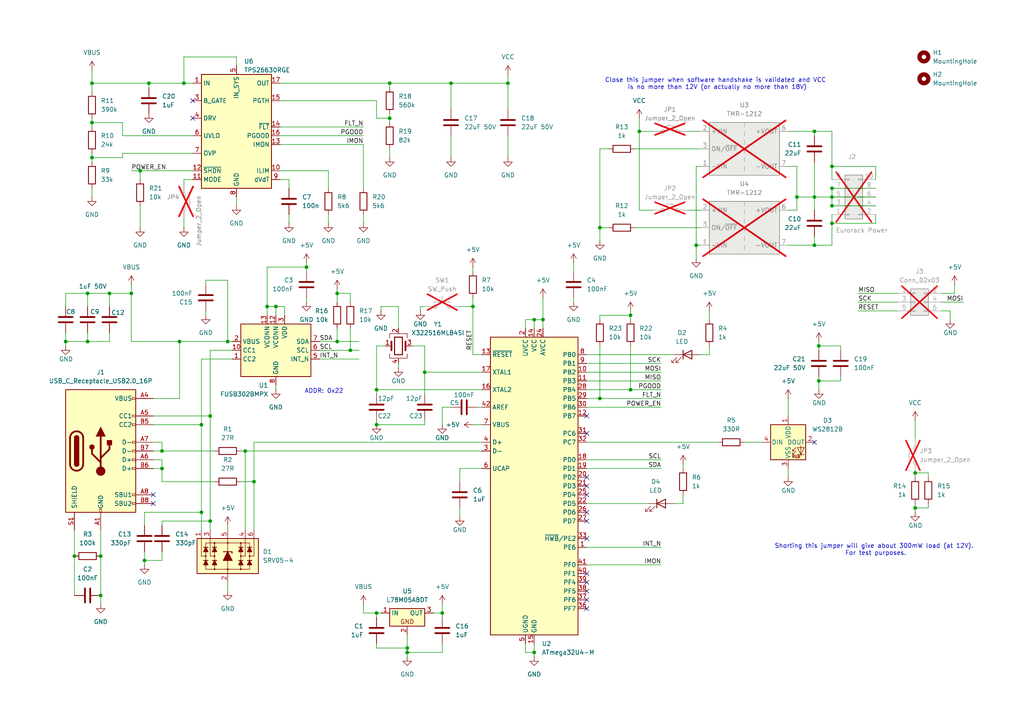
<source format=kicad_sch>
(kicad_sch (version 20231120) (generator "eeschema") (generator_version "8.0")
  (paper "A4")
  (junction (at 53.34 24.13))
  (junction (at 237.49 100.33))
  (junction (at 60.96 151.13))
  (junction (at 58.42 148.59))
  (junction (at 46.99 130.81))
  (junction (at 157.48 92.71))
  (junction (at 241.3 57.15))
  (junction (at 241.3 64.77))
  (junction (at 182.88 91.44))
  (junction (at 130.81 24.13))
  (junction (at 109.22 123.19))
  (junction (at 118.11 189.23))
  (junction (at 46.99 135.89))
  (junction (at 109.22 113.03))
  (junction (at 26.67 24.13))
  (junction (at 154.94 92.71))
  (junction (at 109.22 177.8))
  (junction (at 154.94 189.23))
  (junction (at 88.9 77.47))
  (junction (at 41.91 162.56))
  (junction (at 29.21 172.72))
  (junction (at 241.3 48.26))
  (junction (at 21.59 161.29))
  (junction (at 25.4 99.06))
  (junction (at 113.03 34.29))
  (junction (at 80.01 88.9))
  (junction (at 118.11 187.96))
  (junction (at 265.43 137.16))
  (junction (at 38.1 85.09))
  (junction (at 25.4 85.09))
  (junction (at 97.79 85.09))
  (junction (at 101.6 101.6))
  (junction (at 236.22 57.15))
  (junction (at 173.99 66.04))
  (junction (at 40.64 49.53))
  (junction (at 26.67 35.56))
  (junction (at 66.04 99.06))
  (junction (at 73.66 139.7))
  (junction (at 231.14 57.15))
  (junction (at 128.27 177.8))
  (junction (at 43.18 24.13))
  (junction (at 173.99 115.57))
  (junction (at 77.47 88.9))
  (junction (at 123.19 107.95))
  (junction (at 236.22 38.1))
  (junction (at 265.43 147.32))
  (junction (at 19.05 99.06))
  (junction (at 60.96 120.65))
  (junction (at 137.16 88.9))
  (junction (at 58.42 123.19))
  (junction (at 31.75 85.09))
  (junction (at 201.93 71.12))
  (junction (at 241.3 59.69))
  (junction (at 182.88 113.03))
  (junction (at 241.3 54.61))
  (junction (at 71.12 130.81))
  (junction (at 236.22 71.12))
  (junction (at 237.49 110.49))
  (junction (at 147.32 24.13))
  (junction (at 29.21 161.29))
  (junction (at 26.67 45.72))
  (junction (at 185.42 38.1))
  (junction (at 113.03 24.13))
  (junction (at 97.79 99.06))
  (junction (at 52.07 99.06))
  (no_connect (at 170.18 148.59))
  (no_connect (at 170.18 166.37))
  (no_connect (at 170.18 176.53))
  (no_connect (at 236.22 128.27))
  (no_connect (at 170.18 171.45))
  (no_connect (at 170.18 120.65))
  (no_connect (at 55.88 29.21))
  (no_connect (at 170.18 168.91))
  (no_connect (at 170.18 173.99))
  (no_connect (at 170.18 138.43))
  (no_connect (at 44.45 146.05))
  (no_connect (at 170.18 143.51))
  (no_connect (at 55.88 34.29))
  (no_connect (at 44.45 143.51))
  (no_connect (at 170.18 140.97))
  (no_connect (at 170.18 151.13))
  (no_connect (at 170.18 156.21))
  (no_connect (at 170.18 125.73))
  (wire (pts (xy 173.99 92.71) (xy 173.99 91.44)))
  (wire (pts (xy 166.37 76.2) (xy 166.37 78.74)))
  (wire (pts (xy 58.42 148.59) (xy 58.42 153.67)))
  (wire (pts (xy 119.38 100.33) (xy 123.19 100.33)))
  (wire (pts (xy 236.22 71.12) (xy 241.3 71.12)))
  (wire (pts (xy 185.42 38.1) (xy 189.23 38.1)))
  (wire (pts (xy 92.71 99.06) (xy 97.79 99.06)))
  (wire (pts (xy 170.18 107.95) (xy 191.77 107.95)))
  (wire (pts (xy 241.3 64.77) (xy 254 64.77)))
  (wire (pts (xy 21.59 161.29) (xy 21.59 172.72)))
  (wire (pts (xy 170.18 115.57) (xy 173.99 115.57)))
  (wire (pts (xy 109.22 100.33) (xy 111.76 100.33)))
  (wire (pts (xy 205.74 90.17) (xy 205.74 92.71)))
  (wire (pts (xy 237.49 99.06) (xy 237.49 100.33)))
  (wire (pts (xy 130.81 24.13) (xy 130.81 31.75)))
  (wire (pts (xy 19.05 88.9) (xy 19.05 85.09)))
  (wire (pts (xy 173.99 100.33) (xy 173.99 115.57)))
  (wire (pts (xy 58.42 123.19) (xy 58.42 148.59)))
  (wire (pts (xy 88.9 77.47) (xy 88.9 78.74)))
  (wire (pts (xy 41.91 160.02) (xy 41.91 162.56)))
  (wire (pts (xy 236.22 68.58) (xy 236.22 71.12)))
  (wire (pts (xy 241.3 71.12) (xy 241.3 64.77)))
  (wire (pts (xy 73.66 139.7) (xy 69.85 139.7)))
  (wire (pts (xy 38.1 99.06) (xy 38.1 85.09)))
  (wire (pts (xy 123.19 100.33) (xy 123.19 107.95)))
  (wire (pts (xy 92.71 104.14) (xy 104.14 104.14)))
  (wire (pts (xy 237.49 109.22) (xy 237.49 110.49)))
  (wire (pts (xy 248.92 90.17) (xy 260.35 90.17)))
  (wire (pts (xy 139.7 102.87) (xy 137.16 102.87)))
  (wire (pts (xy 60.96 120.65) (xy 44.45 120.65)))
  (wire (pts (xy 121.92 88.9) (xy 123.19 88.9)))
  (wire (pts (xy 105.41 54.61) (xy 105.41 41.91)))
  (wire (pts (xy 241.3 57.15) (xy 254 57.15)))
  (wire (pts (xy 66.04 99.06) (xy 52.07 99.06)))
  (wire (pts (xy 123.19 123.19) (xy 109.22 123.19)))
  (wire (pts (xy 19.05 96.52) (xy 19.05 99.06)))
  (wire (pts (xy 53.34 16.51) (xy 53.34 24.13)))
  (wire (pts (xy 110.49 88.9) (xy 110.49 90.17)))
  (wire (pts (xy 173.99 66.04) (xy 173.99 43.18)))
  (wire (pts (xy 67.31 101.6) (xy 60.96 101.6)))
  (wire (pts (xy 201.93 74.93) (xy 201.93 71.12)))
  (wire (pts (xy 269.24 138.43) (xy 269.24 137.16)))
  (wire (pts (xy 29.21 153.67) (xy 29.21 161.29)))
  (wire (pts (xy 81.28 29.21) (xy 109.22 29.21)))
  (wire (pts (xy 25.4 85.09) (xy 31.75 85.09)))
  (wire (pts (xy 105.41 62.23) (xy 105.41 64.77)))
  (wire (pts (xy 170.18 133.35) (xy 191.77 133.35)))
  (wire (pts (xy 248.92 87.63) (xy 260.35 87.63)))
  (wire (pts (xy 46.99 152.4) (xy 46.99 151.13)))
  (wire (pts (xy 243.84 100.33) (xy 237.49 100.33)))
  (wire (pts (xy 88.9 77.47) (xy 77.47 77.47)))
  (wire (pts (xy 237.49 110.49) (xy 237.49 113.03)))
  (wire (pts (xy 154.94 189.23) (xy 154.94 190.5)))
  (wire (pts (xy 59.69 82.55) (xy 59.69 81.28)))
  (wire (pts (xy 83.82 52.07) (xy 81.28 52.07)))
  (wire (pts (xy 125.73 177.8) (xy 128.27 177.8)))
  (wire (pts (xy 26.67 54.61) (xy 26.67 57.15)))
  (wire (pts (xy 241.3 52.07) (xy 241.3 48.26)))
  (wire (pts (xy 138.43 118.11) (xy 139.7 118.11)))
  (wire (pts (xy 241.3 48.26) (xy 241.3 38.1)))
  (wire (pts (xy 81.28 39.37) (xy 105.41 39.37)))
  (wire (pts (xy 97.79 85.09) (xy 97.79 87.63)))
  (wire (pts (xy 35.56 39.37) (xy 35.56 35.56)))
  (wire (pts (xy 77.47 88.9) (xy 77.47 91.44)))
  (wire (pts (xy 157.48 86.36) (xy 157.48 92.71)))
  (wire (pts (xy 82.55 88.9) (xy 80.01 88.9)))
  (wire (pts (xy 115.57 106.68) (xy 115.57 105.41)))
  (wire (pts (xy 241.3 38.1) (xy 236.22 38.1)))
  (wire (pts (xy 130.81 24.13) (xy 113.03 24.13)))
  (wire (pts (xy 83.82 62.23) (xy 83.82 64.77)))
  (wire (pts (xy 58.42 104.14) (xy 58.42 123.19)))
  (wire (pts (xy 101.6 101.6) (xy 104.14 101.6)))
  (wire (pts (xy 60.96 153.67) (xy 60.96 151.13)))
  (wire (pts (xy 35.56 35.56) (xy 26.67 35.56)))
  (wire (pts (xy 241.3 54.61) (xy 241.3 57.15)))
  (wire (pts (xy 118.11 184.15) (xy 118.11 187.96)))
  (wire (pts (xy 29.21 161.29) (xy 29.21 172.72)))
  (wire (pts (xy 109.22 123.19) (xy 109.22 121.92)))
  (wire (pts (xy 44.45 128.27) (xy 46.99 128.27)))
  (wire (pts (xy 53.34 53.34) (xy 53.34 52.07)))
  (wire (pts (xy 137.16 123.19) (xy 139.7 123.19)))
  (wire (pts (xy 109.22 177.8) (xy 109.22 179.07)))
  (wire (pts (xy 60.96 151.13) (xy 60.96 120.65)))
  (wire (pts (xy 35.56 44.45) (xy 35.56 45.72)))
  (wire (pts (xy 170.18 163.83) (xy 191.77 163.83)))
  (wire (pts (xy 195.58 146.05) (xy 198.12 146.05)))
  (wire (pts (xy 273.05 87.63) (xy 279.4 87.63)))
  (wire (pts (xy 68.58 19.05) (xy 68.58 16.51)))
  (wire (pts (xy 152.4 189.23) (xy 154.94 189.23)))
  (wire (pts (xy 152.4 95.25) (xy 152.4 92.71)))
  (wire (pts (xy 170.18 118.11) (xy 191.77 118.11)))
  (wire (pts (xy 128.27 175.26) (xy 128.27 177.8)))
  (wire (pts (xy 243.84 109.22) (xy 243.84 110.49)))
  (wire (pts (xy 26.67 20.32) (xy 26.67 24.13)))
  (wire (pts (xy 170.18 110.49) (xy 191.77 110.49)))
  (wire (pts (xy 241.3 54.61) (xy 254 54.61)))
  (wire (pts (xy 31.75 85.09) (xy 31.75 88.9)))
  (wire (pts (xy 40.64 59.69) (xy 40.64 66.04)))
  (wire (pts (xy 41.91 152.4) (xy 41.91 148.59)))
  (wire (pts (xy 43.18 24.13) (xy 43.18 25.4)))
  (wire (pts (xy 66.04 81.28) (xy 66.04 99.06)))
  (wire (pts (xy 26.67 24.13) (xy 26.67 26.67)))
  (wire (pts (xy 81.28 36.83) (xy 105.41 36.83)))
  (wire (pts (xy 137.16 77.47) (xy 137.16 78.74)))
  (wire (pts (xy 157.48 92.71) (xy 157.48 95.25)))
  (wire (pts (xy 265.43 137.16) (xy 269.24 137.16)))
  (wire (pts (xy 236.22 38.1) (xy 228.6 38.1)))
  (wire (pts (xy 201.93 71.12) (xy 203.2 71.12)))
  (wire (pts (xy 215.9 128.27) (xy 220.98 128.27)))
  (wire (pts (xy 276.86 82.55) (xy 276.86 85.09)))
  (wire (pts (xy 82.55 91.44) (xy 82.55 88.9)))
  (wire (pts (xy 109.22 187.96) (xy 118.11 187.96)))
  (wire (pts (xy 123.19 107.95) (xy 123.19 114.3)))
  (wire (pts (xy 46.99 151.13) (xy 60.96 151.13)))
  (wire (pts (xy 71.12 130.81) (xy 69.85 130.81)))
  (wire (pts (xy 166.37 86.36) (xy 166.37 87.63)))
  (wire (pts (xy 241.3 57.15) (xy 241.3 59.69)))
  (wire (pts (xy 189.23 60.96) (xy 185.42 60.96)))
  (wire (pts (xy 68.58 16.51) (xy 53.34 16.51)))
  (wire (pts (xy 25.4 88.9) (xy 25.4 85.09)))
  (wire (pts (xy 46.99 162.56) (xy 41.91 162.56)))
  (wire (pts (xy 109.22 177.8) (xy 105.41 177.8)))
  (wire (pts (xy 59.69 81.28) (xy 66.04 81.28)))
  (wire (pts (xy 58.42 123.19) (xy 44.45 123.19)))
  (wire (pts (xy 199.39 38.1) (xy 203.2 38.1)))
  (wire (pts (xy 46.99 139.7) (xy 46.99 135.89)))
  (wire (pts (xy 231.14 57.15) (xy 231.14 48.26)))
  (wire (pts (xy 130.81 39.37) (xy 130.81 45.72)))
  (wire (pts (xy 67.31 104.14) (xy 58.42 104.14)))
  (wire (pts (xy 101.6 87.63) (xy 101.6 85.09)))
  (wire (pts (xy 38.1 82.55) (xy 38.1 85.09)))
  (wire (pts (xy 71.12 130.81) (xy 139.7 130.81)))
  (wire (pts (xy 55.88 44.45) (xy 35.56 44.45)))
  (wire (pts (xy 205.74 100.33) (xy 205.74 102.87)))
  (wire (pts (xy 80.01 88.9) (xy 80.01 91.44)))
  (wire (pts (xy 275.59 92.71) (xy 275.59 90.17)))
  (wire (pts (xy 139.7 135.89) (xy 133.35 135.89)))
  (wire (pts (xy 26.67 24.13) (xy 43.18 24.13)))
  (wire (pts (xy 185.42 60.96) (xy 185.42 38.1)))
  (wire (pts (xy 137.16 88.9) (xy 133.35 88.9)))
  (wire (pts (xy 46.99 130.81) (xy 62.23 130.81)))
  (wire (pts (xy 66.04 168.91) (xy 66.04 171.45)))
  (wire (pts (xy 243.84 110.49) (xy 237.49 110.49)))
  (wire (pts (xy 115.57 95.25) (xy 115.57 88.9)))
  (wire (pts (xy 182.88 91.44) (xy 182.88 90.17)))
  (wire (pts (xy 105.41 175.26) (xy 105.41 177.8)))
  (wire (pts (xy 173.99 66.04) (xy 176.53 66.04)))
  (wire (pts (xy 170.18 158.75) (xy 191.77 158.75)))
  (wire (pts (xy 231.14 57.15) (xy 236.22 57.15)))
  (wire (pts (xy 60.96 101.6) (xy 60.96 120.65)))
  (wire (pts (xy 95.25 54.61) (xy 95.25 49.53)))
  (wire (pts (xy 43.18 24.13) (xy 53.34 24.13)))
  (wire (pts (xy 201.93 48.26) (xy 203.2 48.26)))
  (wire (pts (xy 128.27 189.23) (xy 118.11 189.23)))
  (wire (pts (xy 118.11 189.23) (xy 118.11 190.5)))
  (wire (pts (xy 173.99 115.57) (xy 191.77 115.57)))
  (wire (pts (xy 170.18 105.41) (xy 191.77 105.41)))
  (wire (pts (xy 154.94 92.71) (xy 157.48 92.71)))
  (wire (pts (xy 35.56 45.72) (xy 26.67 45.72)))
  (wire (pts (xy 19.05 99.06) (xy 19.05 100.33)))
  (wire (pts (xy 41.91 148.59) (xy 58.42 148.59)))
  (wire (pts (xy 231.14 57.15) (xy 231.14 60.96)))
  (wire (pts (xy 113.03 43.18) (xy 113.03 45.72)))
  (wire (pts (xy 66.04 152.4) (xy 66.04 153.67)))
  (wire (pts (xy 147.32 39.37) (xy 147.32 45.72)))
  (wire (pts (xy 46.99 128.27) (xy 46.99 130.81)))
  (wire (pts (xy 133.35 135.89) (xy 133.35 139.7)))
  (wire (pts (xy 44.45 135.89) (xy 46.99 135.89)))
  (wire (pts (xy 228.6 60.96) (xy 231.14 60.96)))
  (wire (pts (xy 170.18 102.87) (xy 195.58 102.87)))
  (wire (pts (xy 152.4 186.69) (xy 152.4 189.23)))
  (wire (pts (xy 147.32 24.13) (xy 147.32 31.75)))
  (wire (pts (xy 31.75 96.52) (xy 31.75 99.06)))
  (wire (pts (xy 154.94 186.69) (xy 154.94 189.23)))
  (wire (pts (xy 241.3 48.26) (xy 254 48.26)))
  (wire (pts (xy 52.07 115.57) (xy 44.45 115.57)))
  (wire (pts (xy 170.18 146.05) (xy 187.96 146.05)))
  (wire (pts (xy 236.22 38.1) (xy 236.22 39.37)))
  (wire (pts (xy 170.18 135.89) (xy 191.77 135.89)))
  (wire (pts (xy 137.16 102.87) (xy 137.16 88.9)))
  (wire (pts (xy 81.28 24.13) (xy 113.03 24.13)))
  (wire (pts (xy 21.59 153.67) (xy 21.59 161.29)))
  (wire (pts (xy 83.82 54.61) (xy 83.82 52.07)))
  (wire (pts (xy 198.12 134.62) (xy 198.12 135.89)))
  (wire (pts (xy 137.16 86.36) (xy 137.16 88.9)))
  (wire (pts (xy 52.07 99.06) (xy 38.1 99.06)))
  (wire (pts (xy 118.11 187.96) (xy 118.11 189.23)))
  (wire (pts (xy 44.45 133.35) (xy 46.99 133.35)))
  (wire (pts (xy 113.03 34.29) (xy 113.03 35.56)))
  (wire (pts (xy 269.24 146.05) (xy 269.24 147.32)))
  (wire (pts (xy 184.15 43.18) (xy 203.2 43.18)))
  (wire (pts (xy 275.59 90.17) (xy 273.05 90.17)))
  (wire (pts (xy 236.22 46.99) (xy 236.22 57.15)))
  (wire (pts (xy 109.22 113.03) (xy 109.22 114.3)))
  (wire (pts (xy 185.42 38.1) (xy 185.42 34.29)))
  (wire (pts (xy 40.64 49.53) (xy 55.88 49.53)))
  (wire (pts (xy 198.12 146.05) (xy 198.12 143.51)))
  (wire (pts (xy 276.86 85.09) (xy 273.05 85.09)))
  (wire (pts (xy 113.03 33.02) (xy 113.03 34.29)))
  (wire (pts (xy 62.23 139.7) (xy 46.99 139.7)))
  (wire (pts (xy 115.57 88.9) (xy 110.49 88.9)))
  (wire (pts (xy 139.7 113.03) (xy 109.22 113.03)))
  (wire (pts (xy 109.22 113.03) (xy 109.22 100.33)))
  (wire (pts (xy 128.27 186.69) (xy 128.27 189.23)))
  (wire (pts (xy 241.3 62.23) (xy 241.3 64.77)))
  (wire (pts (xy 237.49 100.33) (xy 237.49 101.6)))
  (wire (pts (xy 31.75 85.09) (xy 38.1 85.09)))
  (wire (pts (xy 123.19 107.95) (xy 139.7 107.95)))
  (wire (pts (xy 88.9 76.2) (xy 88.9 77.47)))
  (wire (pts (xy 203.2 102.87) (xy 205.74 102.87)))
  (wire (pts (xy 254 64.77) (xy 254 62.23)))
  (wire (pts (xy 236.22 57.15) (xy 241.3 57.15)))
  (wire (pts (xy 26.67 44.45) (xy 26.67 45.72)))
  (wire (pts (xy 97.79 99.06) (xy 104.14 99.06)))
  (wire (pts (xy 128.27 118.11) (xy 128.27 123.19)))
  (wire (pts (xy 265.43 121.92) (xy 265.43 127)))
  (wire (pts (xy 170.18 113.03) (xy 182.88 113.03)))
  (wire (pts (xy 128.27 177.8) (xy 128.27 179.07)))
  (wire (pts (xy 170.18 128.27) (xy 208.28 128.27)))
  (wire (pts (xy 101.6 85.09) (xy 97.79 85.09)))
  (wire (pts (xy 88.9 86.36) (xy 88.9 87.63)))
  (wire (pts (xy 73.66 128.27) (xy 73.66 139.7)))
  (wire (pts (xy 67.31 99.06) (xy 66.04 99.06)))
  (wire (pts (xy 52.07 99.06) (xy 52.07 115.57)))
  (wire (pts (xy 265.43 137.16) (xy 265.43 138.43)))
  (wire (pts (xy 46.99 133.35) (xy 46.99 135.89)))
  (wire (pts (xy 29.21 175.26) (xy 29.21 172.72)))
  (wire (pts (xy 41.91 162.56) (xy 41.91 163.83)))
  (wire (pts (xy 228.6 115.57) (xy 228.6 120.65)))
  (wire (pts (xy 184.15 66.04) (xy 203.2 66.04)))
  (wire (pts (xy 121.92 90.17) (xy 121.92 88.9)))
  (wire (pts (xy 173.99 43.18) (xy 176.53 43.18)))
  (wire (pts (xy 71.12 130.81) (xy 71.12 153.67)))
  (wire (pts (xy 123.19 121.92) (xy 123.19 123.19)))
  (wire (pts (xy 182.88 100.33) (xy 182.88 113.03)))
  (wire (pts (xy 81.28 41.91) (xy 105.41 41.91)))
  (wire (pts (xy 130.81 118.11) (xy 128.27 118.11)))
  (wire (pts (xy 173.99 91.44) (xy 182.88 91.44)))
  (wire (pts (xy 80.01 111.76) (xy 80.01 113.03)))
  (wire (pts (xy 265.43 147.32) (xy 265.43 148.59)))
  (wire (pts (xy 80.01 88.9) (xy 77.47 88.9)))
  (wire (pts (xy 31.75 99.06) (xy 25.4 99.06)))
  (wire (pts (xy 228.6 71.12) (xy 236.22 71.12)))
  (wire (pts (xy 26.67 45.72) (xy 26.67 46.99)))
  (wire (pts (xy 46.99 160.02) (xy 46.99 162.56)))
  (wire (pts (xy 231.14 48.26) (xy 228.6 48.26)))
  (wire (pts (xy 243.84 101.6) (xy 243.84 100.33)))
  (wire (pts (xy 25.4 99.06) (xy 19.05 99.06)))
  (wire (pts (xy 101.6 95.25) (xy 101.6 101.6)))
  (wire (pts (xy 109.22 34.29) (xy 113.03 34.29)))
  (wire (pts (xy 77.47 77.47) (xy 77.47 88.9)))
  (wire (pts (xy 182.88 113.03) (xy 191.77 113.03)))
  (wire (pts (xy 68.58 57.15) (xy 68.58 59.69)))
  (wire (pts (xy 19.05 85.09) (xy 25.4 85.09)))
  (wire (pts (xy 26.67 35.56) (xy 26.67 36.83)))
  (wire (pts (xy 73.66 139.7) (xy 73.66 153.67)))
  (wire (pts (xy 139.7 128.27) (xy 73.66 128.27)))
  (wire (pts (xy 201.93 48.26) (xy 201.93 71.12)))
  (wire (pts (xy 133.35 147.32) (xy 133.35 149.86)))
  (wire (pts (xy 25.4 96.52) (xy 25.4 99.06)))
  (wire (pts (xy 154.94 95.25) (xy 154.94 92.71)))
  (wire (pts (xy 44.45 130.81) (xy 46.99 130.81)))
  (wire (pts (xy 97.79 95.25) (xy 97.79 99.06)))
  (wire (pts (xy 182.88 91.44) (xy 182.88 92.71)))
  (wire (pts (xy 55.88 24.13) (xy 53.34 24.13)))
  (wire (pts (xy 152.4 92.71) (xy 154.94 92.71)))
  (wire (pts (xy 265.43 146.05) (xy 265.43 147.32)))
  (wire (pts (xy 173.99 69.85) (xy 173.99 66.04)))
  (wire (pts (xy 26.67 34.29) (xy 26.67 35.56)))
  (wire (pts (xy 147.32 24.13) (xy 130.81 24.13)))
  (wire (pts (xy 95.25 62.23) (xy 95.25 64.77)))
  (wire (pts (xy 55.88 39.37) (xy 35.56 39.37)))
  (wire (pts (xy 53.34 66.04) (xy 53.34 63.5)))
  (wire (pts (xy 38.1 49.53) (xy 40.64 49.53)))
  (wire (pts (xy 147.32 24.13) (xy 147.32 21.59)))
  (wire (pts (xy 95.25 49.53) (xy 81.28 49.53)))
  (wire (pts (xy 254 48.26) (xy 254 52.07)))
  (wire (pts (xy 113.03 25.4) (xy 113.03 24.13)))
  (wire (pts (xy 241.3 59.69) (xy 254 59.69)))
  (wire (pts (xy 59.69 91.44) (xy 59.69 90.17)))
  (wire (pts (xy 97.79 83.82) (xy 97.79 85.09)))
  (wire (pts (xy 92.71 101.6) (xy 101.6 101.6)))
  (wire (pts (xy 110.49 177.8) (xy 109.22 177.8)))
  (wire (pts (xy 53.34 52.07) (xy 55.88 52.07)))
  (wire (pts (xy 40.64 49.53) (xy 40.64 52.07)))
  (wire (pts (xy 265.43 147.32) (xy 269.24 147.32)))
  (wire (pts (xy 236.22 57.15) (xy 236.22 60.96)))
  (wire (pts (xy 109.22 186.69) (xy 109.22 187.96)))
  (wire (pts (xy 228.6 135.89) (xy 228.6 138.43)))
  (wire (pts (xy 248.92 85.09) (xy 260.35 85.09)))
  (wire (pts (xy 109.22 29.21) (xy 109.22 34.29)))
  (wire (pts (xy 203.2 60.96) (xy 199.39 60.96)))
  (text "Close this jumper when software handshake is validated and VCC \nis no more than 12V (or actually no more than 18V)" (at 208.026 24.384 0) (effects (font (size 1.27 1.27))))
  (text "Shorting this jumper will give about 300mW load (at 12V). \nFor test purposes." (at 254 159.512 0) (effects (font (size 1.27 1.27))))
  (text "ADDR: 0x22\n" (at 93.98 113.538 0) (effects (font (size 1.27 1.27))))
  (label "MOSI" (at 191.77 107.95 180))
  (label "FLT_N" (at 191.77 115.57 180))
  (label "INT_N" (at 191.77 158.75 180))
  (label "SCK" (at 248.92 87.63 0))
  (label "IMON" (at 105.41 41.91 180))
  (label "RESET" (at 248.92 90.17 0))
  (label "FLT_N" (at 105.41 36.83 180))
  (label "SDA" (at 92.71 99.06 0))
  (label "SCK" (at 191.77 105.41 180))
  (label "MOSI" (at 279.4 87.63 180))
  (label "SCL" (at 92.71 101.6 0))
  (label "PGOOD" (at 191.77 113.03 180))
  (label "IMON" (at 191.77 163.83 180))
  (label "PGOOD" (at 105.41 39.37 180))
  (label "RESET" (at 137.16 101.6 90))
  (label "POWER_EN" (at 191.77 118.11 180))
  (label "SDA" (at 191.77 135.89 180))
  (label "MISO" (at 248.92 85.09 0))
  (label "POWER_EN" (at 38.1 49.53 0))
  (label "INT_N" (at 92.71 104.14 0))
  (label "SCL" (at 191.77 133.35 180))
  (label "MISO" (at 191.77 110.49 180))
  (symbol (lib_id "PCM_Diode_TVS_AKL:SRV05-4") (at 66.04 161.29 0) (unit 1)
    (property "Reference" "D1" (at 76.2 160.0199 0) (effects (justify left)))
    (property "Value" "SRV05-4" (at 76.2 162.5599 0) (effects (justify left)))
    (property "Footprint" "PCM_Package_TO_SOT_SMD_AKL:SOT-23-6" (effects (hide yes)))
    (property "Datasheet" "https://www.tme.eu/Document/92be68a8ae546e7ce666ecbdb0470493/SRV05-4.pdf" (effects (hide yes)))
    (property "Description" "SOT-23-6 TVS Diode Array, 4 protected lines, 5V, 300W, Alternate KiCAD Library" (effects (hide yes)))
  )
  (symbol (lib_id "power:GND") (at 237.49 113.03 0) (unit 1)
    (property "Reference" "#PWR049" (effects (hide yes)))
    (property "Value" "GND" (at 237.5838 116.8627 0))
    (property "Description" "Power symbol creates a global label with name \"GND\" , ground" (effects (hide yes)))
  )
  (symbol (lib_id "power:GND") (at 40.64 66.04 0) (unit 1)
    (property "Reference" "#PWR045" (effects (hide yes)))
    (property "Value" "GND" (at 40.64 71.12 0))
    (property "Description" "Power symbol creates a global label with name \"GND\" , ground" (effects (hide yes)))
  )
  (symbol (lib_id "power:+5V") (at 228.6 115.57 0) (unit 1)
    (property "Reference" "#PWR019" (effects (hide yes)))
    (property "Value" "+5V" (at 228.6 110.49 0))
    (property "Description" "Power symbol creates a global label with name \"+5V\"" (effects (hide yes)))
  )
  (symbol (lib_id "power:GND") (at 66.04 171.45 0) (unit 1)
    (property "Reference" "#PWR07" (effects (hide yes)))
    (property "Value" "GND" (at 66.04 176.53 0))
    (property "Description" "Power symbol creates a global label with name \"GND\" , ground" (effects (hide yes)))
  )
  (symbol (lib_id "power:GND") (at 121.92 90.17 0) (unit 1)
    (property "Reference" "#PWR021" (effects (hide yes)))
    (property "Value" "GND" (at 121.92 93.98 0))
    (property "Description" "Power symbol creates a global label with name \"GND\" , ground" (effects (hide yes)))
  )
  (symbol (lib_id "Connector:USB_C_Receptacle_USB2.0_16P") (at 29.21 130.81 0) (unit 1)
    (property "Reference" "J1" (at 29.21 107.95 0))
    (property "Value" "USB_C_Receptacle_USB2.0_16P" (at 29.21 110.49 0))
    (property "Footprint" "Connector_USB:USB_C_Receptacle_G-Switch_GT-USB-7010ASV" (effects (hide yes)))
    (property "Datasheet" "https://www.usb.org/sites/default/files/documents/usb_type-c.zip" (effects (hide yes)))
    (property "Description" "USB 2.0-only 16P Type-C Receptacle connector" (effects (hide yes)))
  )
  (symbol (lib_id "power:GND") (at 201.93 74.93 0) (unit 1)
    (property "Reference" "#PWR027" (effects (hide yes)))
    (property "Value" "GND" (at 201.93 80.01 0))
    (property "Description" "Power symbol creates a global label with name \"GND\" , ground" (effects (hide yes)))
  )
  (symbol (lib_id "Device:R") (at 66.04 130.81 90) (unit 1)
    (property "Reference" "R1" (at 66.04 124.46 90))
    (property "Value" "27R" (at 66.04 127 90))
    (property "Footprint" "PCM_Resistor_SMD_AKL:R_0603_1608Metric" (effects (hide yes)))
    (property "Description" "Resistor" (effects (hide yes)))
  )
  (symbol (lib_id "Jumper:Jumper_2_Open") (at 53.34 58.42 270) (mirror x) (unit 1) (exclude_from_sim yes) (dnp yes)
    (property "Reference" "JP4" (at 52.07 57.1499 90) (effects (justify right)))
    (property "Value" "Jumper_2_Open" (at 57.658 56.642 0) (effects (justify right)))
    (property "Footprint" "PCM_4ms_SolderJumper:JUMPER_SMD_1x2_tiny" (effects (hide yes)))
    (property "Description" "Jumper, 2-pole, open" (effects (hide yes)))
  )
  (symbol (lib_id "Device:C") (at 19.05 92.71 0) (mirror y) (unit 1)
    (property "Reference" "C8" (at 21.844 90.424 0) (effects (justify left)))
    (property "Value" "1uF 50V" (at 30.988 83.058 0) (effects (justify left)))
    (property "Footprint" "Capacitor_SMD:C_1206_3216Metric" (effects (hide yes)))
    (property "Description" "Unpolarized capacitor" (effects (hide yes)))
  )
  (symbol (lib_id "power:+5V") (at 66.04 152.4 0) (unit 1)
    (property "Reference" "#PWR08" (effects (hide yes)))
    (property "Value" "+5V" (at 66.04 147.32 0))
    (property "Description" "Power symbol creates a global label with name \"+5V\"" (effects (hide yes)))
  )
  (symbol (lib_id "power:+5V") (at 166.37 76.2 0) (unit 1)
    (property "Reference" "#PWR013" (effects (hide yes)))
    (property "Value" "+5V" (at 166.37 71.12 0))
    (property "Description" "Power symbol creates a global label with name \"+5V\"" (effects (hide yes)))
  )
  (symbol (lib_id "Mechanical:MountingHole") (at 267.97 22.86 0) (unit 1) (exclude_from_sim yes) (in_bom no)
    (property "Reference" "H2" (at 270.51 21.5899 0) (effects (justify left)))
    (property "Value" "MountingHole" (at 270.51 24.1299 0) (effects (justify left)))
    (property "Footprint" "MountingHole:MountingHole_3.2mm_M3" (effects (hide yes)))
    (property "Description" "Mounting Hole without connection" (effects (hide yes)))
  )
  (symbol (lib_id "power:GND") (at 95.25 64.77 0) (unit 1)
    (property "Reference" "#PWR039" (effects (hide yes)))
    (property "Value" "GND" (at 95.25 69.85 0))
    (property "Description" "Power symbol creates a global label with name \"GND\" , ground" (effects (hide yes)))
  )
  (symbol (lib_id "Converter_DCDC:TMR-1212") (at 215.9 66.04 0) (unit 1) (dnp yes)
    (property "Reference" "U4" (at 215.9 53.34 0))
    (property "Value" "TMR-1212" (at 215.9 55.88 0))
    (property "Footprint" "Converter_DCDC:Converter_DCDC_TRACO_TMR-xxxx_THT" (effects (hide yes)))
    (property "Datasheet" "https://www.tracopower.com/products/tmr2.pdf" (effects (hide yes)))
    (property "Description" "165mA Regulated 2W DC/DC converter with 1.5kV isolation, 9V-18V input, 12V fixed Output Voltage, SIP-8" (effects (hide yes)))
  )
  (symbol (lib_id "power:VBUS") (at 38.1 82.55 0) (unit 1)
    (property "Reference" "#PWR025" (effects (hide yes)))
    (property "Value" "VBUS" (at 38.1 77.47 0))
    (property "Description" "Power symbol creates a global label with name \"VBUS\"" (effects (hide yes)))
  )
  (symbol (lib_id "Device:R") (at 97.79 91.44 0) (mirror x) (unit 1)
    (property "Reference" "R16" (at 95.25 90.1699 0) (effects (justify right)))
    (property "Value" "10k" (at 95.25 92.7099 0) (effects (justify right)))
    (property "Footprint" "PCM_Resistor_SMD_AKL:R_0603_1608Metric" (effects (hide yes)))
    (property "Description" "Resistor" (effects (hide yes)))
  )
  (symbol (lib_id "power:VBUS") (at 105.41 175.26 0) (unit 1)
    (property "Reference" "#PWR032" (effects (hide yes)))
    (property "Value" "VBUS" (at 105.41 170.18 0))
    (property "Description" "Power symbol creates a global label with name \"VBUS\"" (effects (hide yes)))
  )
  (symbol (lib_id "Jumper:Jumper_2_Open") (at 265.43 132.08 90) (unit 1) (exclude_from_sim yes) (dnp yes)
    (property "Reference" "JP3" (at 266.7 130.8099 90) (effects (justify right)))
    (property "Value" "Jumper_2_Open" (at 266.7 133.3499 90) (effects (justify right)))
    (property "Footprint" "PCM_4ms_SolderJumper:JUMPER_SMD_1x2_tiny" (effects (hide yes)))
    (property "Description" "Jumper, 2-pole, open" (effects (hide yes)))
  )
  (symbol (lib_id "Device:C") (at 123.19 118.11 180) (unit 1)
    (property "Reference" "C23" (at 120.65 120.65 0))
    (property "Value" "12pF" (at 120.142 115.57 0))
    (property "Footprint" "Capacitor_SMD:C_0603_1608Metric" (effects (hide yes)))
    (property "Description" "Unpolarized capacitor" (effects (hide yes)))
  )
  (symbol (lib_id "power:GND") (at 105.41 64.77 0) (unit 1)
    (property "Reference" "#PWR042" (effects (hide yes)))
    (property "Value" "GND" (at 105.41 69.85 0))
    (property "Description" "Power symbol creates a global label with name \"GND\" , ground" (effects (hide yes)))
  )
  (symbol (lib_id "Device:R") (at 205.74 96.52 180) (unit 1)
    (property "Reference" "R4" (at 208.28 95.2499 0) (effects (justify right)))
    (property "Value" "1k" (at 208.28 97.7899 0) (effects (justify right)))
    (property "Footprint" "PCM_Resistor_SMD_AKL:R_0603_1608Metric" (effects (hide yes)))
    (property "Description" "Resistor" (effects (hide yes)))
  )
  (symbol (lib_id "power:GND") (at 128.27 123.19 0) (unit 1)
    (property "Reference" "#PWR015" (effects (hide yes)))
    (property "Value" "GND" (at 128.27 127 0))
    (property "Description" "Power symbol creates a global label with name \"GND\" , ground" (effects (hide yes)))
  )
  (symbol (lib_id "Device:C") (at 243.84 105.41 0) (unit 1)
    (property "Reference" "C19" (at 247.65 104.1399 0) (effects (justify left)))
    (property "Value" "100nF" (at 247.65 106.6799 0) (effects (justify left)))
    (property "Footprint" "Capacitor_SMD:C_0603_1608Metric" (effects (hide yes)))
    (property "Description" "Unpolarized capacitor" (effects (hide yes)))
  )
  (symbol (lib_id "power:VCC") (at 185.42 34.29 0) (unit 1)
    (property "Reference" "#PWR026" (effects (hide yes)))
    (property "Value" "VCC" (at 185.42 29.21 0))
    (property "Description" "Power symbol creates a global label with name \"VCC\"" (effects (hide yes)))
  )
  (symbol (lib_id "Device:R") (at 105.41 58.42 180) (unit 1)
    (property "Reference" "R20" (at 107.95 57.1499 0) (effects (justify right)))
    (property "Value" "5k6" (at 107.95 59.6899 0) (effects (justify right)))
    (property "Footprint" "PCM_Resistor_SMD_AKL:R_0603_1608Metric" (effects (hide yes)))
    (property "Description" "Resistor" (effects (hide yes)))
  )
  (symbol (lib_id "Device:R") (at 101.6 91.44 180) (unit 1)
    (property "Reference" "R17" (at 104.14 90.1699 0) (effects (justify right)))
    (property "Value" "10k" (at 104.14 92.7099 0) (effects (justify right)))
    (property "Footprint" "PCM_Resistor_SMD_AKL:R_0603_1608Metric" (effects (hide yes)))
    (property "Description" "Resistor" (effects (hide yes)))
  )
  (symbol (lib_id "Converter_DCDC:TMR-1212") (at 215.9 43.18 0) (unit 1) (dnp yes)
    (property "Reference" "U3" (at 215.9 30.48 0))
    (property "Value" "TMR-1212" (at 215.9 33.02 0))
    (property "Footprint" "Converter_DCDC:Converter_DCDC_TRACO_TMR-xxxx_THT" (effects (hide yes)))
    (property "Datasheet" "https://www.tracopower.com/products/tmr2.pdf" (effects (hide yes)))
    (property "Description" "165mA Regulated 2W DC/DC converter with 1.5kV isolation, 9V-18V input, 12V fixed Output Voltage, SIP-8" (effects (hide yes)))
  )
  (symbol (lib_id "Device:R") (at 180.34 43.18 90) (unit 1)
    (property "Reference" "R13" (at 180.34 36.83 90))
    (property "Value" "1k" (at 180.34 39.37 90))
    (property "Footprint" "PCM_Resistor_SMD_AKL:R_0603_1608Metric" (effects (hide yes)))
    (property "Description" "Resistor" (effects (hide yes)))
  )
  (symbol (lib_id "power:+5V") (at 205.74 90.17 0) (unit 1)
    (property "Reference" "#PWR018" (effects (hide yes)))
    (property "Value" "+5V" (at 205.74 85.09 0))
    (property "Description" "Power symbol creates a global label with name \"+5V\"" (effects (hide yes)))
  )
  (symbol (lib_id "power:GND") (at 166.37 87.63 0) (unit 1)
    (property "Reference" "#PWR014" (effects (hide yes)))
    (property "Value" "GND" (at 166.37 92.71 0))
    (property "Description" "Power symbol creates a global label with name \"GND\" , ground" (effects (hide yes)))
  )
  (symbol (lib_id "Device:R") (at 113.03 39.37 180) (unit 1)
    (property "Reference" "R19" (at 115.57 38.0999 0) (effects (justify right)))
    (property "Value" "82k" (at 115.57 40.6399 0) (effects (justify right)))
    (property "Footprint" "PCM_Resistor_SMD_AKL:R_0603_1608Metric" (effects (hide yes)))
    (property "Description" "Resistor" (effects (hide yes)))
  )
  (symbol (lib_id "power:GND") (at 118.11 190.5 0) (unit 1)
    (property "Reference" "#PWR02" (effects (hide yes)))
    (property "Value" "GND" (at 118.11 195.58 0))
    (property "Description" "Power symbol creates a global label with name \"GND\" , ground" (effects (hide yes)))
  )
  (symbol (lib_id "power:GND") (at 265.43 148.59 0) (unit 1)
    (property "Reference" "#PWR030" (effects (hide yes)))
    (property "Value" "GND" (at 265.5238 152.4227 0))
    (property "Description" "Power symbol creates a global label with name \"GND\" , ground" (effects (hide yes)))
  )
  (symbol (lib_id "Device:C") (at 41.91 156.21 0) (mirror y) (unit 1)
    (property "Reference" "C13" (at 38.1 154.9399 0) (effects (justify left)))
    (property "Value" "330pF" (at 38.1 157.4799 0) (effects (justify left)))
    (property "Footprint" "Capacitor_SMD:C_0603_1608Metric" (effects (hide yes)))
    (property "Description" "Unpolarized capacitor" (effects (hide yes)))
  )
  (symbol (lib_id "power:GND") (at 83.82 64.77 0) (unit 1)
    (property "Reference" "#PWR024" (effects (hide yes)))
    (property "Value" "GND" (at 83.82 69.85 0))
    (property "Description" "Power symbol creates a global label with name \"GND\" , ground" (effects (hide yes)))
  )
  (symbol (lib_id "power:GND") (at 43.18 33.02 0) (unit 1)
    (property "Reference" "#PWR046" (effects (hide yes)))
    (property "Value" "GND" (at 43.18 38.1 0))
    (property "Description" "Power symbol creates a global label with name \"GND\" , ground" (effects (hide yes)))
  )
  (symbol (lib_id "Device:C") (at 166.37 82.55 0) (unit 1)
    (property "Reference" "C4" (at 170.18 81.2799 0) (effects (justify left)))
    (property "Value" "100nF" (at 170.18 83.8199 0) (effects (justify left)))
    (property "Footprint" "Capacitor_SMD:C_0603_1608Metric" (effects (hide yes)))
    (property "Description" "Unpolarized capacitor" (effects (hide yes)))
  )
  (symbol (lib_id "power:GND") (at 113.03 45.72 0) (unit 1)
    (property "Reference" "#PWR040" (effects (hide yes)))
    (property "Value" "GND" (at 113.03 50.8 0))
    (property "Description" "Power symbol creates a global label with name \"GND\" , ground" (effects (hide yes)))
  )
  (symbol (lib_id "Device:C") (at 83.82 58.42 0) (unit 1)
    (property "Reference" "C7" (at 87.63 57.1499 0) (effects (justify left)))
    (property "Value" "100n" (at 87.63 59.6899 0) (effects (justify left)))
    (property "Footprint" "Capacitor_SMD:C_0603_1608Metric" (effects (hide yes)))
    (property "Description" "Unpolarized capacitor" (effects (hide yes)))
  )
  (symbol (lib_id "power:GND") (at 154.94 190.5 0) (unit 1)
    (property "Reference" "#PWR011" (effects (hide yes)))
    (property "Value" "GND" (at 154.94 195.58 0))
    (property "Description" "Power symbol creates a global label with name \"GND\" , ground" (effects (hide yes)))
  )
  (symbol (lib_id "Device:C") (at 109.22 118.11 180) (unit 1)
    (property "Reference" "C22" (at 111.506 120.65 0))
    (property "Value" "12pF" (at 112.014 115.57 0))
    (property "Footprint" "Capacitor_SMD:C_0603_1608Metric" (effects (hide yes)))
    (property "Description" "Unpolarized capacitor" (effects (hide yes)))
  )
  (symbol (lib_id "power:+5V") (at 137.16 123.19 90) (unit 1)
    (property "Reference" "#PWR016" (effects (hide yes)))
    (property "Value" "+5V" (at 133.35 123.1899 90) (effects (justify left)))
    (property "Description" "Power symbol creates a global label with name \"+5V\"" (effects (hide yes)))
  )
  (symbol (lib_id "power:+5V") (at 182.88 90.17 0) (unit 1)
    (property "Reference" "#PWR050" (effects (hide yes)))
    (property "Value" "+5V" (at 182.88 85.09 0))
    (property "Description" "Power symbol creates a global label with name \"+5V\"" (effects (hide yes)))
  )
  (symbol (lib_id "power:GND") (at 59.69 91.44 0) (unit 1)
    (property "Reference" "#PWR035" (effects (hide yes)))
    (property "Value" "GND" (at 59.69 96.52 0))
    (property "Description" "Power symbol creates a global label with name \"GND\" , ground" (effects (hide yes)))
  )
  (symbol (lib_id "Connector_Generic:Conn_02x05_Odd_Even") (at 246.38 57.15 0) (mirror x) (unit 1) (dnp yes)
    (property "Reference" "J2" (at 247.142 45.466 0))
    (property "Value" "Eurorack Power" (at 249.936 66.802 0))
    (property "Footprint" "Connector_IDC:IDC-Header_2x05_P2.54mm_Vertical" (effects (hide yes)))
  )
  (symbol (lib_id "Device:C") (at 134.62 118.11 90) (unit 1)
    (property "Reference" "C5" (at 131.826 116.84 90))
    (property "Value" "100nF" (at 134.62 114.554 90))
    (property "Footprint" "Capacitor_SMD:C_0603_1608Metric" (effects (hide yes)))
    (property "Description" "Unpolarized capacitor" (effects (hide yes)))
  )
  (symbol (lib_id "Device:R") (at 66.04 139.7 90) (unit 1)
    (property "Reference" "R2" (at 66.04 133.35 90))
    (property "Value" "27R" (at 66.04 135.89 90))
    (property "Footprint" "PCM_Resistor_SMD_AKL:R_0603_1608Metric" (effects (hide yes)))
    (property "Description" "Resistor" (effects (hide yes)))
  )
  (symbol (lib_id "power:+5V") (at 88.9 76.2 0) (unit 1)
    (property "Reference" "#PWR09" (effects (hide yes)))
    (property "Value" "+5V" (at 88.9 71.12 0))
    (property "Description" "Power symbol creates a global label with name \"+5V\"" (effects (hide yes)))
  )
  (symbol (lib_id "power:VCC") (at 265.43 121.92 0) (unit 1)
    (property "Reference" "#PWR023" (effects (hide yes)))
    (property "Value" "VCC" (at 265.43 116.84 0))
    (property "Description" "Power symbol creates a global label with name \"VCC\"" (effects (hide yes)))
  )
  (symbol (lib_id "Device:R") (at 265.43 142.24 0) (mirror y) (unit 1)
    (property "Reference" "R14" (at 262.89 140.9699 0) (effects (justify left)))
    (property "Value" "1k" (at 262.89 143.5099 0) (effects (justify left)))
    (property "Footprint" "PCM_4ms_Resistor:R_1206_3216Metric" (effects (hide yes)))
    (property "Description" "Resistor" (effects (hide yes)))
  )
  (symbol (lib_id "power:+5V") (at 157.48 86.36 0) (unit 1)
    (property "Reference" "#PWR012" (effects (hide yes)))
    (property "Value" "+5V" (at 157.48 81.28 0))
    (property "Description" "Power symbol creates a global label with name \"+5V\"" (effects (hide yes)))
  )
  (symbol (lib_id "Device:R") (at 173.99 96.52 180) (unit 1)
    (property "Reference" "R23" (at 176.53 95.2499 0) (effects (justify right)))
    (property "Value" "10k" (at 176.53 97.7899 0) (effects (justify right)))
    (property "Footprint" "PCM_Resistor_SMD_AKL:R_0603_1608Metric" (effects (hide yes)))
    (property "Description" "Resistor" (effects (hide yes)))
  )
  (symbol (lib_id "Interface_USB:FUSB302BMPX") (at 80.01 101.6 0) (mirror y) (unit 1)
    (property "Reference" "U1" (at 77.8159 111.76 0) (effects (justify left)))
    (property "Value" "FUSB302BMPX" (at 77.8159 114.3 0) (effects (justify left)))
    (property "Footprint" "Package_DFN_QFN:WQFN-14-1EP_2.5x2.5mm_P0.5mm_EP1.45x1.45mm" (effects (hide yes)))
    (property "Datasheet" "http://www.onsemi.com/pub/Collateral/FUSB302B-D.PDF" (effects (hide yes)))
    (property "Description" "Programmable USB Type-C Controller w/PD, I2C address 0x22, WQFN-14" (effects (hide yes)))
  )
  (symbol (lib_id "Device:R") (at 95.25 58.42 180) (unit 1)
    (property "Reference" "R8" (at 97.79 57.1499 0) (effects (justify right)))
    (property "Value" "5k6" (at 97.79 59.6899 0) (effects (justify right)))
    (property "Footprint" "PCM_Resistor_SMD_AKL:R_0603_1608Metric" (effects (hide yes)))
    (property "Description" "Resistor" (effects (hide yes)))
  )
  (symbol (lib_id "power:+5V") (at 128.27 175.26 0) (unit 1)
    (property "Reference" "#PWR031" (effects (hide yes)))
    (property "Value" "+5V" (at 128.27 170.18 0))
    (property "Description" "Power symbol creates a global label with name \"+5V\"" (effects (hide yes)))
  )
  (symbol (lib_id "power:GND") (at 80.01 113.03 0) (unit 1)
    (property "Reference" "#PWR01" (effects (hide yes)))
    (property "Value" "GND" (at 80.01 118.11 0))
    (property "Description" "Power symbol creates a global label with name \"GND\" , ground" (effects (hide yes)))
  )
  (symbol (lib_id "power:GND") (at 228.6 138.43 0) (unit 1)
    (property "Reference" "#PWR047" (effects (hide yes)))
    (property "Value" "GND" (at 228.6938 142.2627 0))
    (property "Description" "Power symbol creates a global label with name \"GND\" , ground" (effects (hide yes)))
  )
  (symbol (lib_id "power:GND") (at 147.32 45.72 0) (unit 1)
    (property "Reference" "#PWR044" (effects (hide yes)))
    (property "Value" "GND" (at 147.32 50.8 0))
    (property "Description" "Power symbol creates a global label with name \"GND\" , ground" (effects (hide yes)))
  )
  (symbol (lib_id "power:+5V") (at 237.49 99.06 0) (unit 1)
    (property "Reference" "#PWR048" (effects (hide yes)))
    (property "Value" "+5V" (at 237.49 93.98 0))
    (property "Description" "Power symbol creates a global label with name \"+5V\"" (effects (hide yes)))
  )
  (symbol (lib_id "power:GND") (at 88.9 87.63 0) (unit 1)
    (property "Reference" "#PWR010" (effects (hide yes)))
    (property "Value" "GND" (at 88.9 92.71 0))
    (property "Description" "Power symbol creates a global label with name \"GND\" , ground" (effects (hide yes)))
  )
  (symbol (lib_id "Jumper:Jumper_2_Open") (at 194.31 38.1 0) (unit 1) (exclude_from_sim yes) (dnp yes)
    (property "Reference" "JP1" (at 194.31 31.75 0))
    (property "Value" "Jumper_2_Open" (at 194.31 34.29 0))
    (property "Footprint" "PCM_4ms_SolderJumper:JUMPER_SMD_1x2_tiny" (effects (hide yes)))
    (property "Description" "Jumper, 2-pole, open" (effects (hide yes)))
  )
  (symbol (lib_id "MCU_Microchip_ATmega:ATmega32U4-M") (at 154.94 140.97 0) (unit 1)
    (property "Reference" "U2" (at 157.1341 186.69 0) (effects (justify left)))
    (property "Value" "ATmega32U4-M" (at 157.1341 189.23 0) (effects (justify left)))
    (property "Footprint" "Package_DFN_QFN:QFN-44-1EP_7x7mm_P0.5mm_EP5.2x5.2mm" (effects (hide yes)))
    (property "Datasheet" "http://ww1.microchip.com/downloads/en/DeviceDoc/Atmel-7766-8-bit-AVR-ATmega16U4-32U4_Datasheet.pdf" (effects (hide yes)))
    (property "Description" "16MHz, 32kB Flash, 2.5kB SRAM, 1kB EEPROM, USB 2.0, QFN-44" (effects (hide yes)))
  )
  (symbol (lib_id "Device:C") (at 130.81 35.56 0) (unit 1)
    (property "Reference" "C17" (at 134.62 34.2899 0) (effects (justify left)))
    (property "Value" "22uF 50V" (at 134.62 36.8299 0) (effects (justify left)))
    (property "Footprint" "Capacitor_SMD:C_1206_3216Metric" (effects (hide yes)))
    (property "Description" "Unpolarized capacitor" (effects (hide yes)))
  )
  (symbol (lib_id "power:GND") (at 19.05 100.33 0) (unit 1)
    (property "Reference" "#PWR029" (effects (hide yes)))
    (property "Value" "GND" (at 19.1438 104.1627 0))
    (property "Description" "Power symbol creates a global label with name \"GND\" , ground" (effects (hide yes)))
  )
  (symbol (lib_id "LED:WS2812B") (at 228.6 128.27 0) (unit 1)
    (property "Reference" "D3" (at 240.03 121.9514 0))
    (property "Value" "WS2812B" (at 240.03 124.4914 0))
    (property "Footprint" "LED_SMD:LED_WS2812B_PLCC4_5.0x5.0mm_P3.2mm" (effects (hide yes)))
    (property "Datasheet" "https://cdn-shop.adafruit.com/datasheets/WS2812B.pdf" (effects (hide yes)))
    (property "Description" "RGB LED with integrated controller" (effects (hide yes)))
  )
  (symbol (lib_id "power:GND") (at 110.49 90.17 0) (unit 1)
    (property "Reference" "#PWR05" (effects (hide yes)))
    (property "Value" "GND" (at 110.49 95.25 0))
    (property "Description" "Power symbol creates a global label with name \"GND\" , ground" (effects (hide yes)))
  )
  (symbol (lib_id "power:+5V") (at 198.12 134.62 0) (unit 1)
    (property "Reference" "#PWR020" (effects (hide yes)))
    (property "Value" "+5V" (at 198.12 129.54 0))
    (property "Description" "Power symbol creates a global label with name \"+5V\"" (effects (hide yes)))
  )
  (symbol (lib_id "power:GND") (at 41.91 163.83 0) (unit 1)
    (property "Reference" "#PWR033" (effects (hide yes)))
    (property "Value" "GND" (at 41.91 168.91 0))
    (property "Description" "Power symbol creates a global label with name \"GND\" , ground" (effects (hide yes)))
  )
  (symbol (lib_id "power:GND") (at 173.99 69.85 0) (unit 1)
    (property "Reference" "#PWR028" (effects (hide yes)))
    (property "Value" "GND" (at 173.99 74.93 0))
    (property "Description" "Power symbol creates a global label with name \"GND\" , ground" (effects (hide yes)))
  )
  (symbol (lib_id "PCM_Voltage_Regulator_AKL:L78M05ABDT") (at 118.11 177.8 0) (unit 1)
    (property "Reference" "U5" (at 118.11 171.45 0))
    (property "Value" "L78M05ABDT" (at 118.11 173.99 0))
    (property "Footprint" "PCM_Package_TO_SOT_SMD_AKL:TO-252-2" (effects (hide yes)))
    (property "Datasheet" "https://www.tme.eu/Document/4c19afbd0cbf5bc0f90e84076ef5e976/78Mxx.pdf" (effects (hide yes)))
    (property "Description" "TO-252 5V 0.5A 3-terminal voltage regulator, Alternate KiCad Library" (effects (hide yes)))
  )
  (symbol (lib_id "Device:R") (at 182.88 96.52 180) (unit 1)
    (property "Reference" "R22" (at 185.42 95.2499 0) (effects (justify right)))
    (property "Value" "10k" (at 185.42 97.7899 0) (effects (justify right)))
    (property "Footprint" "PCM_Resistor_SMD_AKL:R_0603_1608Metric" (effects (hide yes)))
    (property "Description" "Resistor" (effects (hide yes)))
  )
  (symbol (lib_id "Device:C") (at 109.22 182.88 0) (mirror y) (unit 1)
    (property "Reference" "C1" (at 105.41 181.6099 0) (effects (justify left)))
    (property "Value" "1uF" (at 105.41 184.1499 0) (effects (justify left)))
    (property "Footprint" "Capacitor_SMD:C_0603_1608Metric" (effects (hide yes)))
    (property "Description" "Unpolarized capacitor" (effects (hide yes)))
  )
  (symbol (lib_id "power:GND") (at 133.35 149.86 0) (unit 1)
    (property "Reference" "#PWR017" (effects (hide yes)))
    (property "Value" "GND" (at 133.35 153.67 0))
    (property "Description" "Power symbol creates a global label with name \"GND\" , ground" (effects (hide yes)))
  )
  (symbol (lib_id "Device:R") (at 40.64 55.88 180) (unit 1)
    (property "Reference" "R21" (at 43.18 54.6099 0) (effects (justify right)))
    (property "Value" "10k" (at 43.18 57.1499 0) (effects (justify right)))
    (property "Footprint" "PCM_Resistor_SMD_AKL:R_0603_1608Metric" (effects (hide yes)))
    (property "Description" "Resistor" (effects (hide yes)))
  )
  (symbol (lib_id "Jumper:Jumper_2_Open") (at 194.31 60.96 0) (unit 1) (exclude_from_sim yes) (dnp yes)
    (property "Reference" "JP2" (at 194.31 54.61 0))
    (property "Value" "Jumper_2_Open" (at 194.31 57.15 0))
    (property "Footprint" "PCM_4ms_SolderJumper:JUMPER_SMD_1x2_tiny" (effects (hide yes)))
    (property "Description" "Jumper, 2-pole, open" (effects (hide yes)))
  )
  (symbol (lib_id "Device:C") (at 236.22 43.18 0) (mirror y) (unit 1)
    (property "Reference" "C11" (at 232.41 41.9099 0) (effects (justify left)))
    (property "Value" "22uF" (at 232.41 44.4499 0) (effects (justify left)))
    (property "Footprint" "Capacitor_SMD:C_1206_3216Metric_Pad1.33x1.80mm_HandSolder" (effects (hide yes)))
    (property "Description" "Unpolarized capacitor" (effects (hide yes)))
  )
  (symbol (lib_id "power:+5V") (at 97.79 83.82 0) (unit 1)
    (property "Reference" "#PWR034" (effects (hide yes)))
    (property "Value" "+5V" (at 97.79 78.74 0))
    (property "Description" "Power symbol creates a global label with name \"+5V\"" (effects (hide yes)))
  )
  (symbol (lib_id "Device:C") (at 46.99 156.21 0) (unit 1)
    (property "Reference" "C14" (at 50.8 154.9399 0) (effects (justify left)))
    (property "Value" "330pF" (at 50.8 157.4799 0) (effects (justify left)))
    (property "Footprint" "Capacitor_SMD:C_0603_1608Metric" (effects (hide yes)))
    (property "Description" "Unpolarized capacitor" (effects (hide yes)))
  )
  (symbol (lib_id "Device:C") (at 31.75 92.71 0) (unit 1)
    (property "Reference" "C12" (at 32.258 90.678 0) (effects (justify left)))
    (property "Value" "1uF 50V" (effects (hide yes)))
    (property "Footprint" "Capacitor_SMD:C_1206_3216Metric" (effects (hide yes)))
    (property "Description" "Unpolarized capacitor" (effects (hide yes)))
  )
  (symbol (lib_id "Device:C") (at 128.27 182.88 0) (unit 1)
    (property "Reference" "C16" (at 132.08 181.6099 0) (effects (justify left)))
    (property "Value" "1uF" (at 132.08 184.1499 0) (effects (justify left)))
    (property "Footprint" "Capacitor_SMD:C_0603_1608Metric" (effects (hide yes)))
    (property "Description" "Unpolarized capacitor" (effects (hide yes)))
  )
  (symbol (lib_id "power:VCC") (at 147.32 21.59 0) (unit 1)
    (property "Reference" "#PWR037" (effects (hide yes)))
    (property "Value" "VCC" (at 147.32 16.51 0))
    (property "Description" "Power symbol creates a global label with name \"VCC\"" (effects (hide yes)))
  )
  (symbol (lib_id "PCM_4ms_Connector:Conn_02x03") (at 266.7 87.63 0) (unit 1) (dnp yes)
    (property "Reference" "J3" (at 266.7 78.74 0))
    (property "Value" "Conn_02x03" (at 266.7 81.28 0))
    (property "Footprint" "Connector_PinHeader_2.54mm:PinHeader_2x03_P2.54mm_Vertical" (effects (hide yes)))
    (property "Description" "HEADER 2x3 MALE PINS 0.100” 180deg" (effects (hide yes)))
    (property "Specifications" "HEADER 2x3 MALE PINS 0.100” 180deg" (effects (hide yes)))
    (property "Manufacturer" "Cixi Langlin" (effects (hide yes)))
    (property "Part Number" "LL1009-2A, 2.54MM 2*3PIN HEADER,LENGTH=20MM" (effects (hide yes)))
  )
  (symbol (lib_id "power:GND") (at 26.67 57.15 0) (unit 1)
    (property "Reference" "#PWR038" (effects (hide yes)))
    (property "Value" "GND" (at 26.67 62.23 0))
    (property "Description" "Power symbol creates a global label with name \"GND\" , ground" (effects (hide yes)))
  )
  (symbol (lib_id "power:+5V") (at 137.16 77.47 0) (unit 1)
    (property "Reference" "#PWR022" (effects (hide yes)))
    (property "Value" "+5V" (at 137.16 72.39 0))
    (property "Description" "Power symbol creates a global label with name \"+5V\"" (effects (hide yes)))
  )
  (symbol (lib_id "Device:R") (at 26.67 50.8 180) (unit 1)
    (property "Reference" "R9" (at 29.21 49.5299 0) (effects (justify right)))
    (property "Value" "33k" (at 29.21 52.0699 0) (effects (justify right)))
    (property "Footprint" "PCM_Resistor_SMD_AKL:R_0603_1608Metric" (effects (hide yes)))
    (property "Description" "Resistor" (effects (hide yes)))
  )
  (symbol (lib_id "Device:C") (at 236.22 64.77 0) (mirror y) (unit 1)
    (property "Reference" "C10" (at 232.41 63.4999 0) (effects (justify left)))
    (property "Value" "22uF" (at 232.41 66.0399 0) (effects (justify left)))
    (property "Footprint" "Capacitor_SMD:C_1206_3216Metric_Pad1.33x1.80mm_HandSolder" (effects (hide yes)))
    (property "Description" "Unpolarized capacitor" (effects (hide yes)))
  )
  (symbol (lib_id "Device:C") (at 88.9 82.55 0) (mirror y) (unit 1)
    (property "Reference" "C3" (at 85.09 81.2799 0) (effects (justify left)))
    (property "Value" "100nF" (at 85.09 83.8199 0) (effects (justify left)))
    (property "Footprint" "Capacitor_SMD:C_0603_1608Metric" (effects (hide yes)))
    (property "Description" "Unpolarized capacitor" (effects (hide yes)))
  )
  (symbol (lib_id "Device:LED") (at 191.77 146.05 0) (unit 1)
    (property "Reference" "D4" (at 190.1825 139.7 0))
    (property "Value" "LED" (at 190.1825 142.24 0))
    (property "Footprint" "LED_SMD:LED_0603_1608Metric" (effects (hide yes)))
    (property "Description" "Light emitting diode" (effects (hide yes)))
  )
  (symbol (lib_id "Switch:SW_Push") (at 128.27 88.9 0) (unit 1) (dnp yes)
    (property "Reference" "SW1" (at 128.27 81.28 0))
    (property "Value" "SW_Push" (at 128.27 83.82 0))
    (property "Footprint" "Button_Switch_THT:SW_PUSH_6mm" (effects (hide yes)))
    (property "Description" "Push button switch, generic, two pins" (effects (hide yes)))
  )
  (symbol (lib_id "power:GND") (at 68.58 59.69 0) (unit 1)
    (property "Reference" "#PWR03" (effects (hide yes)))
    (property "Value" "GND" (at 68.58 64.77 0))
    (property "Description" "Power symbol creates a global label with name \"GND\" , ground" (effects (hide yes)))
  )
  (symbol (lib_id "power:GND") (at 130.81 45.72 0) (unit 1)
    (property "Reference" "#PWR043" (effects (hide yes)))
    (property "Value" "GND" (at 130.81 50.8 0))
    (property "Description" "Power symbol creates a global label with name \"GND\" , ground" (effects (hide yes)))
  )
  (symbol (lib_id "Device:R") (at 180.34 66.04 90) (unit 1)
    (property "Reference" "R12" (at 180.34 59.69 90))
    (property "Value" "1k" (at 180.34 62.23 90))
    (property "Footprint" "PCM_Resistor_SMD_AKL:R_0603_1608Metric" (effects (hide yes)))
    (property "Description" "Resistor" (effects (hide yes)))
  )
  (symbol (lib_id "Device:R") (at 198.12 139.7 180) (unit 1)
    (property "Reference" "R6" (at 200.66 138.4299 0) (effects (justify right)))
    (property "Value" "1k" (at 200.66 140.9699 0) (effects (justify right)))
    (property "Footprint" "PCM_Resistor_SMD_AKL:R_0603_1608Metric" (effects (hide yes)))
    (property "Description" "Resistor" (effects (hide yes)))
  )
  (symbol (lib_id "Device:C") (at 25.4 92.71 0) (unit 1)
    (property "Reference" "C9" (at 26.162 90.424 0) (effects (justify left)))
    (property "Value" "1uF 50V" (effects (hide yes)))
    (property "Footprint" "Capacitor_SMD:C_1206_3216Metric" (effects (hide yes)))
    (property "Description" "Unpolarized capacitor" (effects (hide yes)))
  )
  (symbol (lib_id "Device:C") (at 147.32 35.56 0) (unit 1)
    (property "Reference" "C18" (at 151.13 34.2899 0) (effects (justify left)))
    (property "Value" "22uF 50V" (at 151.13 36.8299 0) (effects (justify left)))
    (property "Footprint" "Capacitor_SMD:C_1206_3216Metric" (effects (hide yes)))
    (property "Description" "Unpolarized capacitor" (effects (hide yes)))
  )
  (symbol (lib_id "Device:C") (at 133.35 143.51 0) (unit 1)
    (property "Reference" "C6" (at 137.16 142.2399 0) (effects (justify left)))
    (property "Value" "1uF" (at 137.16 144.7799 0) (effects (justify left)))
    (property "Footprint" "Capacitor_SMD:C_0603_1608Metric" (effects (hide yes)))
    (property "Description" "Unpolarized capacitor" (effects (hide yes)))
  )
  (symbol (lib_id "power:+5V") (at 276.86 82.55 0) (mirror y) (unit 1)
    (property "Reference" "#PWR052" (effects (hide yes)))
    (property "Value" "+5V" (at 276.86 77.47 0))
    (property "Description" "Power symbol creates a global label with name \"+5V\"" (effects (hide yes)))
  )
  (symbol (lib_id "Device:C") (at 237.49 105.41 0) (mirror y) (unit 1)
    (property "Reference" "C21" (at 233.68 104.1399 0) (effects (justify left)))
    (property "Value" "22uF 50V" (at 233.68 106.6799 0) (effects (justify left)))
    (property "Footprint" "Capacitor_SMD:C_1206_3216Metric" (effects (hide yes)))
    (property "Description" "Unpolarized capacitor" (effects (hide yes)))
  )
  (symbol (lib_id "power:GND") (at 109.22 123.19 0) (unit 1)
    (property "Reference" "#PWR051" (effects (hide yes)))
    (property "Value" "GND" (at 109.22 127 0))
    (property "Description" "Power symbol creates a global label with name \"GND\" , ground" (effects (hide yes)))
  )
  (symbol (lib_id "Device:LED") (at 199.39 102.87 0) (unit 1)
    (property "Reference" "D2" (at 197.8025 96.52 0))
    (property "Value" "LED" (at 197.8025 99.06 0))
    (property "Footprint" "LED_SMD:LED_0603_1608Metric" (effects (hide yes)))
    (property "Description" "Light emitting diode" (effects (hide yes)))
  )
  (symbol (lib_id "power:GND") (at 29.21 175.26 0) (unit 1)
    (property "Reference" "#PWR06" (effects (hide yes)))
    (property "Value" "GND" (at 29.21 180.34 0))
    (property "Description" "Power symbol creates a global label with name \"GND\" , ground" (effects (hide yes)))
  )
  (symbol (lib_id "Device:R") (at 212.09 128.27 270) (unit 1)
    (property "Reference" "R5" (at 212.09 121.92 90))
    (property "Value" "330R" (at 212.09 124.46 90))
    (property "Footprint" "PCM_Resistor_SMD_AKL:R_0603_1608Metric" (effects (hide yes)))
    (property "Description" "Resistor" (effects (hide yes)))
  )
  (symbol (lib_id "Device:Crystal_GND24") (at 115.57 100.33 0) (unit 1)
    (property "Reference" "Y1" (at 127 94.0114 0))
    (property "Value" "X322516MLB4SI" (at 127 96.5514 0))
    (property "Footprint" "Crystal:Crystal_SMD_3225-4Pin_3.2x2.5mm" (effects (hide yes)))
    (property "Description" "Four pin crystal, GND on pins 2 and 4" (effects (hide yes)))
  )
  (symbol (lib_id "Device:R") (at 26.67 40.64 180) (unit 1)
    (property "Reference" "R10" (at 29.21 39.3699 0) (effects (justify right)))
    (property "Value" "24k" (at 29.21 41.9099 0) (effects (justify right)))
    (property "Footprint" "PCM_Resistor_SMD_AKL:R_0603_1608Metric" (effects (hide yes)))
    (property "Description" "Resistor" (effects (hide yes)))
  )
  (symbol (lib_id "Device:R") (at 25.4 161.29 90) (unit 1)
    (property "Reference" "R3" (at 25.4 154.94 90))
    (property "Value" "100k" (at 25.4 157.48 90))
    (property "Footprint" "PCM_Resistor_SMD_AKL:R_0603_1608Metric" (effects (hide yes)))
    (property "Description" "Resistor" (effects (hide yes)))
  )
  (symbol (lib_id "Device:R") (at 26.67 30.48 180) (unit 1)
    (property "Reference" "R11" (at 29.21 29.2099 0) (effects (justify right)))
    (property "Value" "390k" (at 29.21 31.7499 0) (effects (justify right)))
    (property "Footprint" "PCM_Resistor_SMD_AKL:R_0603_1608Metric" (effects (hide yes)))
    (property "Description" "Resistor" (effects (hide yes)))
  )
  (symbol (lib_id "Device:C") (at 59.69 86.36 180) (unit 1)
    (property "Reference" "C15" (at 55.88 87.6301 0) (effects (justify left)))
    (property "Value" "100nF" (at 55.88 85.0901 0) (effects (justify left)))
    (property "Footprint" "Capacitor_SMD:C_0603_1608Metric" (effects (hide yes)))
    (property "Description" "Unpolarized capacitor" (effects (hide yes)))
  )
  (symbol (lib_id "Power_Management:TPS26630RGE") (at 68.58 36.83 0) (unit 1)
    (property "Reference" "U6" (at 70.7741 17.78 0) (effects (justify left)))
    (property "Value" "TPS26630RGE" (at 70.7741 20.32 0) (effects (justify left)))
    (property "Footprint" "Package_DFN_QFN:Texas_RGE0024H_VQFN-24-1EP_4x4mm_P0.5mm_EP2.7x2.7mm" (effects (hide yes)))
    (property "Datasheet" "https://www.ti.com/lit/ds/symlink/tps2663.pdf" (effects (hide yes)))
    (property "Description" "60V, 6A Power Limiting, Surge Protection Industrial eFuse, Adjustable Overvoltage cut-off, Active Current Limiting, VQFN-24" (effects (hide yes)))
  )
  (symbol (lib_id "Device:R") (at 113.03 29.21 180) (unit 1)
    (property "Reference" "R18" (at 115.57 27.9399 0) (effects (justify right)))
    (property "Value" "560k" (at 115.57 30.4799 0) (effects (justify right)))
    (property "Footprint" "PCM_Resistor_SMD_AKL:R_0603_1608Metric" (effects (hide yes)))
    (property "Description" "Resistor" (effects (hide yes)))
  )
  (symbol (lib_id "power:GND") (at 275.59 92.71 0) (unit 1)
    (property "Reference" "#PWR053" (effects (hide yes)))
    (property "Value" "GND" (at 275.6838 96.5427 0))
    (property "Description" "Power symbol creates a global label with name \"GND\" , ground" (effects (hide yes)))
  )
  (symbol (lib_id "Device:R") (at 137.16 82.55 180) (unit 1)
    (property "Reference" "R7" (at 139.7 81.2799 0) (effects (justify right)))
    (property "Value" "10k" (at 139.7 83.8199 0) (effects (justify right)))
    (property "Footprint" "PCM_Resistor_SMD_AKL:R_0603_1608Metric" (effects (hide yes)))
    (property "Description" "Resistor" (effects (hide yes)))
  )
  (symbol (lib_id "power:VBUS") (at 26.67 20.32 0) (unit 1)
    (property "Reference" "#PWR036" (effects (hide yes)))
    (property "Value" "VBUS" (at 26.67 15.24 0))
    (property "Description" "Power symbol creates a global label with name \"VBUS\"" (effects (hide yes)))
  )
  (symbol (lib_id "Device:C") (at 43.18 29.21 0) (unit 1)
    (property "Reference" "C20" (at 46.99 27.9399 0) (effects (justify left)))
    (property "Value" "1uF" (at 46.99 30.4799 0) (effects (justify left)))
    (property "Footprint" "Capacitor_SMD:C_0603_1608Metric" (effects (hide yes)))
    (property "Description" "Unpolarized capacitor" (effects (hide yes)))
  )
  (symbol (lib_id "Device:R") (at 269.24 142.24 0) (unit 1)
    (property "Reference" "R15" (at 271.78 140.9699 0) (effects (justify left)))
    (property "Value" "1k" (at 271.78 143.5099 0) (effects (justify left)))
    (property "Footprint" "PCM_4ms_Resistor:R_1206_3216Metric" (effects (hide yes)))
    (property "Description" "Resistor" (effects (hide yes)))
  )
  (symbol (lib_id "Mechanical:MountingHole") (at 267.97 16.51 0) (unit 1) (exclude_from_sim yes) (in_bom no)
    (property "Reference" "H1" (at 270.51 15.2399 0) (effects (justify left)))
    (property "Value" "MountingHole" (at 270.51 17.7799 0) (effects (justify left)))
    (property "Footprint" "MountingHole:MountingHole_3.2mm_M3" (effects (hide yes)))
    (property "Description" "Mounting Hole without connection" (effects (hide yes)))
  )
  (symbol (lib_id "Device:C") (at 25.4 172.72 90) (unit 1)
    (property "Reference" "C2" (at 25.4 165.1 90))
    (property "Value" "100nF" (at 25.4 167.64 90))
    (property "Footprint" "Capacitor_SMD:C_0603_1608Metric" (effects (hide yes)))
    (property "Description" "Unpolarized capacitor" (effects (hide yes)))
  )
  (symbol (lib_id "power:GND") (at 53.34 66.04 0) (unit 1)
    (property "Reference" "#PWR041" (effects (hide yes)))
    (property "Value" "GND" (at 53.34 71.12 0))
    (property "Description" "Power symbol creates a global label with name \"GND\" , ground" (effects (hide yes)))
  )
  (symbol (lib_id "power:GND") (at 115.57 106.68 0) (unit 1)
    (property "Reference" "#PWR04" (effects (hide yes)))
    (property "Value" "GND" (at 115.57 110.49 0))
    (property "Description" "Power symbol creates a global label with name \"GND\" , ground" (effects (hide yes)))
  )
)
</source>
